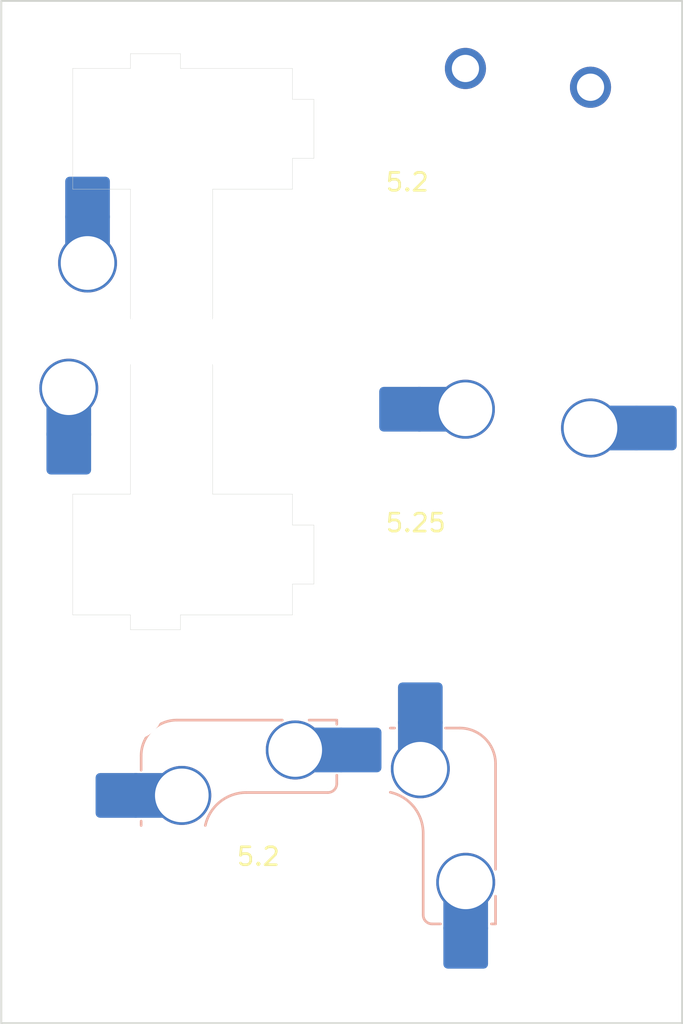
<source format=kicad_pcb>
(kicad_pcb (version 20221018) (generator pcbnew)
  (layers (0 "F.Cu" signal) (31 "B.Cu" signal) (34 "B.Paste" user) (35 "F.Paste" user) (36 "B.SilkS" user "B.Silkscreen") (37 "F.SilkS" user "F.Silkscreen") (38 "B.Mask" user) (39 "F.Mask" user) (44 "Edge.Cuts" user))
  (net 0 "")
  (footprint "marbastlib-mx:STAB_MX_2u" (layer "F.Cu") (at 187.325 127.396875 180)
    (fp_text reference "REF**" hide)
    (fp_text value "STAB_MX_2u")
    (pad "" np_thru_hole circle (at -11.90625 -6.985 180) (size 3.048 3.048) (drill 3.048) (layers "*.Cu" "*.Mask"))
    (pad "" np_thru_hole circle (at -11.90625 8.255 180) (size 3.9878 3.9878) (drill 3.9878) (layers "*.Cu" "*.Mask"))
    (pad "" np_thru_hole circle (at 11.90625 -6.985 180) (size 3.048 3.048) (drill 3.048) (layers "*.Cu" "*.Mask"))
    (pad "" np_thru_hole circle (at 11.90625 8.255 180) (size 3.9878 3.9878) (drill 3.9878) (layers "*.Cu" "*.Mask"))
  )
  (footprint "kiserdesigns:gateron-ks-33" (layer "F.Cu") (at 187.325 127.396875)
    (fp_text reference "SW1" hide)
    (fp_text value "SW_Push_45deg" hide)
    (pad "" np_thru_hole circle (at 0 0 180) (size 5.2 5.2) (drill 5.2) (layers "*.Cu" "*.Mask"))
    (pad "1" thru_hole circle (at -2.6 -5.75 180) (size 2.3 2.3) (drill 1.524) (layers "*.Cu" "B.Mask"))
    (pad "2" thru_hole circle (at 4.4 -4.7 180) (size 2.3 2.3) (drill 1.524) (layers "*.Cu" "B.Mask"))
  )
  (footprint "kiserdesigns:gateron-ks-33" (layer "F.Cu") (at 196.85 89.296875)
    (fp_text reference "SW1" hide)
    (fp_text value "SW_Push_45deg" hide)
    (pad "" np_thru_hole circle (at 0 0 180) (size 5.2 5.2) (drill 5.2) (layers "F&B.Cu" "*.Mask"))
    (pad "1" thru_hole circle (at -2.6 -5.75 180) (size 2.3 2.3) (drill 1.524) (layers "*.Cu" "*.Mask"))
    (pad "2" thru_hole circle (at 4.4 -4.7 180) (size 2.3 2.3) (drill 1.524) (layers "*.Cu" "*.Mask"))
  )
  (footprint "PCM_marbastlib-mx:SW_MX_HS_1u" (layer "B.Cu") (at 189.185001 126.506875 90)
    (fp_text reference "SW8" hide)
    (fp_text value "SW_Push_45deg" hide)
    (fp_line (start -4.864824 3.67022) (end -4.864824 3.20022) (stroke (width 0.15)) (layer "B.SilkS"))
    (fp_line (start -4.864824 6.75022) (end -4.864824 6.52022) (stroke (width 0.15)) (layer "B.SilkS"))
    (fp_line (start -4.364824 2.70022) (end 0.2 2.70022) (stroke (width 0.15)) (layer "B.SilkS"))
    (fp_line (start -3.314824 6.75022) (end -4.864824 6.75022) (stroke (width 0.15)) (layer "B.SilkS"))
    (fp_line (start 4.085176 6.75022) (end -1.814824 6.75022) (stroke (width 0.15)) (layer "B.SilkS"))
    (fp_line (start 6.085176 1.10022) (end 6.085176 0.86022) (stroke (width 0.15)) (layer "B.SilkS"))
    (fp_line (start 6.085176 3.95022) (end 6.085176 4.75022) (stroke (width 0.15)) (layer "B.SilkS"))
    (fp_arc (start -4.864824 3.20022) (mid -4.718377 2.846667) (end -4.364824 2.70022) (stroke (width 0.15)) (layer "B.SilkS"))
    (fp_arc (start 2.494322 0.86022) (mid 1.670693 2.183637) (end 0.2 2.70022) (stroke (width 0.15)) (layer "B.SilkS"))
    (fp_arc (start 6.085176 4.75022) (mid 5.499388 6.164432) (end 4.085176 6.75022) (stroke (width 0.15)) (layer "B.SilkS"))
    (pad "1" thru_hole circle (at 3.81 2.54 90) (size 3.3 3.3) (drill 3) (layers "*.Cu" "*.Mask"))
    (pad "1" smd rect (at 5.635 2.54 270) (size 1.65 2.5) (layers "B.Cu"))
    (pad "1" smd roundrect (at 7.36 2.54 90) (size 2.55 2.5) (layers "B.Cu" "B.Paste" "B.Mask") (roundrect_rratio 0.1))
    (pad "2" smd roundrect (at -6.09 5.08 90) (size 2.55 2.5) (layers "B.Cu" "B.Paste" "B.Mask") (roundrect_rratio 0.1))
    (pad "2" smd rect (at -4.34 5.08 90) (size 1.65 2.5) (layers "B.Cu"))
    (pad "2" thru_hole circle (at -2.54 5.08 90) (size 3.3 3.3) (drill 3) (layers "*.Cu" "B.Mask"))
  )
  (footprint "PCM_marbastlib-mx:SW_MX_HS_1u" (layer "B.Cu") (at 182.185001 126.726875 180)
    (fp_text reference "SW8" hide)
    (fp_text value "SW_Push_45deg" hide)
    (fp_line (start -4.864824 3.67022) (end -4.864824 3.20022) (stroke (width 0.15)) (layer "B.SilkS"))
    (fp_line (start -4.864824 6.75022) (end -4.864824 6.52022) (stroke (width 0.15)) (layer "B.SilkS"))
    (fp_line (start -4.364824 2.70022) (end 0.2 2.70022) (stroke (width 0.15)) (layer "B.SilkS"))
    (fp_line (start -3.314824 6.75022) (end -4.864824 6.75022) (stroke (width 0.15)) (layer "B.SilkS"))
    (fp_line (start 4.085176 6.75022) (end -1.814824 6.75022) (stroke (width 0.15)) (layer "B.SilkS"))
    (fp_line (start 6.085176 1.10022) (end 6.085176 0.86022) (stroke (width 0.15)) (layer "B.SilkS"))
    (fp_line (start 6.085176 3.95022) (end 6.085176 4.75022) (stroke (width 0.15)) (layer "B.SilkS"))
    (fp_arc (start -4.864824 3.20022) (mid -4.718377 2.846667) (end -4.364824 2.70022) (stroke (width 0.15)) (layer "B.SilkS"))
    (fp_arc (start 2.494322 0.86022) (mid 1.670693 2.183637) (end 0.2 2.70022) (stroke (width 0.15)) (layer "B.SilkS"))
    (fp_arc (start 6.085176 4.75022) (mid 5.499388 6.164432) (end 4.085176 6.75022) (stroke (width 0.15)) (layer "B.SilkS"))
    (pad "1" thru_hole circle (at 3.81 2.54 180) (size 3.3 3.3) (drill 3) (layers "*.Cu" "B.Mask"))
    (pad "1" smd rect (at 5.635 2.54) (size 1.65 2.5) (layers "B.Cu"))
    (pad "1" smd roundrect (at 7.36 2.54 180) (size 2.55 2.5) (layers "B.Cu" "B.Paste" "B.Mask") (roundrect_rratio 0.1))
    (pad "2" smd roundrect (at -6.09 5.08 180) (size 2.55 2.5) (layers "B.Cu" "B.Paste" "B.Mask") (roundrect_rratio 0.1))
    (pad "2" smd rect (at -4.34 5.08 180) (size 1.65 2.5) (layers "B.Cu"))
    (pad "2" thru_hole circle (at -2.54 5.08 180) (size 3.3 3.3) (drill 3) (layers "*.Cu" "*.Mask"))
  )
  (footprint "kiserdesigns:KS-33-HS" (layer "B.Cu") (at 196.85 108.346875 180)
    (fp_text reference "SW2")
    (fp_text value "SW_Push_45deg")
    (pad "" np_thru_hole circle (at 0 0) (size 5.25 5.25) (drill 5.25) (layers "F&B.Cu" "*.Mask"))
    (pad "1" thru_hole circle (at 2.6 5.75) (size 3.3 3.3) (drill 3) (layers "*.Cu" "*.Mask"))
    (pad "1" smd rect (at 4.425 5.75 180) (size 1.65 2.5) (layers "B.Cu"))
    (pad "1" smd roundrect (at 6.15 5.75) (size 2.55 2.5) (layers "B.Cu" "B.Paste" "B.Mask") (roundrect_rratio 0.1))
    (pad "2" smd roundrect (at -7.95 4.7 180) (size 2.55 2.5) (layers "B.Cu" "B.Paste" "B.Mask") (roundrect_rratio 0.1))
    (pad "2" smd rect (at -6.225 4.7) (size 1.65 2.5) (layers "B.Cu"))
    (pad "2" thru_hole circle (at -4.4 4.7 180) (size 3.3 3.3) (drill 3) (layers "*.Cu" "*.Mask"))
  )
  (footprint "kiserdesigns:KS-33-HS" (layer "B.Cu") (at 177.8 98.821875 -90)
    (fp_text reference "SW2")
    (fp_text value "SW_Push_45deg")
    (pad "" np_thru_hole circle (at 0 0 90) (size 5.25 5.25) (drill 5.25) (layers "F&B.Cu" "*.Mask"))
    (pad "1" thru_hole circle (at 2.6 5.75 90) (size 3.3 3.3) (drill 3) (layers "*.Cu" "*.Mask"))
    (pad "1" smd rect (at 4.425 5.75 270) (size 1.65 2.5) (layers "B.Cu"))
    (pad "1" smd roundrect (at 6.15 5.75 90) (size 2.55 2.5) (layers "B.Cu" "B.Paste" "B.Mask") (roundrect_rratio 0.1))
    (pad "2" smd roundrect (at -7.95 4.7 270) (size 2.55 2.5) (layers "B.Cu" "B.Paste" "B.Mask") (roundrect_rratio 0.1))
    (pad "2" smd rect (at -6.225 4.7 90) (size 1.65 2.5) (layers "B.Cu"))
    (pad "2" thru_hole circle (at -4.4 4.7 270) (size 3.3 3.3) (drill 3) (layers "*.Cu" "*.Mask"))
  )
  (gr_line (start 175.5007 83.546975) (end 172.2705 83.546976) (stroke (width 0.02)) (layer "Edge.Cuts"))
  (gr_line (start 172.2705 83.546976) (end 172.2705 90.296675) (stroke (width 0.02)) (layer "Edge.Cuts"))
  (gr_line (start 175.5007 114.922185) (end 178.2995 114.922185) (stroke (width 0.02)) (layer "Edge.Cuts"))
  (gr_line (start 175.5007 90.296675) (end 175.5007 107.347075) (stroke (width 0.02)) (layer "Edge.Cuts"))
  (gr_line (start 178.2995 114.922185) (end 178.2995 114.096725) (stroke (width 0.02)) (layer "Edge.Cuts"))
  (gr_line (start 185.7698 112.371435) (end 185.7698 109.072425) (stroke (width 0.02)) (layer "Edge.Cuts"))
  (gr_line (start 178.2995 114.096725) (end 184.569499 114.096725) (stroke (width 0.02)) (layer "Edge.Cuts"))
  (gr_line (start 175.500699 114.096725) (end 175.5007 114.922185) (stroke (width 0.02)) (layer "Edge.Cuts"))
  (gr_line (start 185.7698 109.072425) (end 184.5695 109.072425) (stroke (width 0.02)) (layer "Edge.Cuts"))
  (gr_line (start 184.5695 109.072425) (end 184.5695 107.347075) (stroke (width 0.02)) (layer "Edge.Cuts"))
  (gr_line (start 175.5007 107.347075) (end 172.2705 107.347075) (stroke (width 0.02)) (layer "Edge.Cuts"))
  (gr_line (start 206.375 136.921875) (end 168.275 136.921875) (stroke (width 0.1)) (layer "Edge.Cuts"))
  (gr_line (start 172.2705 90.296675) (end 175.5007 90.296675) (stroke (width 0.02)) (layer "Edge.Cuts"))
  (gr_line (start 172.2705 114.096725) (end 175.500699 114.096725) (stroke (width 0.02)) (layer "Edge.Cuts"))
  (gr_line (start 184.5695 112.371435) (end 185.7698 112.371435) (stroke (width 0.02)) (layer "Edge.Cuts"))
  (gr_line (start 178.2995 82.721575) (end 175.5007 82.721575) (stroke (width 0.02)) (layer "Edge.Cuts"))
  (gr_line (start 184.5695 83.546975) (end 178.2995 83.546975) (stroke (width 0.02)) (layer "Edge.Cuts"))
  (gr_line (start 180.1006 90.296675) (end 184.5695 90.296675) (stroke (width 0.02)) (layer "Edge.Cuts"))
  (gr_line (start 184.5695 107.347075) (end 180.1006 107.347075) (stroke (width 0.02)) (layer "Edge.Cuts"))
  (gr_line (start 184.569499 85.272275) (end 184.5695 83.546975) (stroke (width 0.02)) (layer "Edge.Cuts"))
  (gr_line (start 172.2705 107.347075) (end 172.2705 114.096725) (stroke (width 0.02)) (layer "Edge.Cuts"))
  (gr_line (start 168.275 136.921875) (end 168.275 79.771875) (stroke (width 0.1)) (layer "Edge.Cuts"))
  (gr_line (start 184.5695 90.296675) (end 184.569499 88.571375) (stroke (width 0.02)) (layer "Edge.Cuts"))
  (gr_line (start 206.375 79.771875) (end 206.375 136.921875) (stroke (width 0.1)) (layer "Edge.Cuts"))
  (gr_line (start 178.2995 83.546975) (end 178.2995 82.721575) (stroke (width 0.02)) (layer "Edge.Cuts"))
  (gr_line (start 168.275 79.771875) (end 206.375 79.771875) (stroke (width 0.1)) (layer "Edge.Cuts"))
  (gr_line (start 185.769801 88.571375) (end 185.769801 85.272275) (stroke (width 0.02)) (layer "Edge.Cuts"))
  (gr_line (start 184.569499 114.096725) (end 184.5695 112.371435) (stroke (width 0.02)) (layer "Edge.Cuts"))
  (gr_line (start 180.1006 107.347075) (end 180.1006 90.296675) (stroke (width 0.02)) (layer "Edge.Cuts"))
  (gr_line (start 175.5007 82.721575) (end 175.5007 83.546975) (stroke (width 0.02)) (layer "Edge.Cuts"))
  (gr_line (start 184.569499 88.571375) (end 185.769801 88.571375) (stroke (width 0.02)) (layer "Edge.Cuts"))
  (gr_line (start 185.769801 85.272275) (end 184.569499 85.272275) (stroke (width 0.02)) (layer "Edge.Cuts"))
  (gr_text "5.2" (at 181.371875 128.190625) (layer "F.SilkS") (effects (font (size 1 1)) (justify left bottom)))
  (gr_text "5.25" (at 189.70625 109.5375) (layer "F.SilkS") (effects (font (size 1 1)) (justify left bottom)))
  (gr_text "5.2" (at 189.70625 90.4875) (layer "F.SilkS") (effects (font (size 1 1)) (justify left bottom)))
)
</source>
